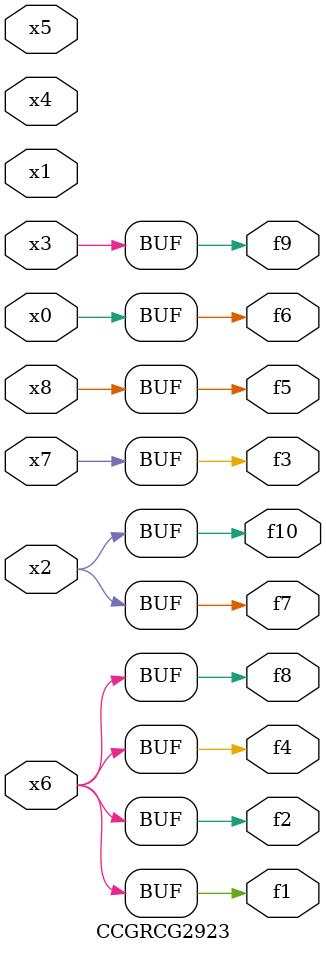
<source format=v>
module CCGRCG2923(
	input x0, x1, x2, x3, x4, x5, x6, x7, x8,
	output f1, f2, f3, f4, f5, f6, f7, f8, f9, f10
);
	assign f1 = x6;
	assign f2 = x6;
	assign f3 = x7;
	assign f4 = x6;
	assign f5 = x8;
	assign f6 = x0;
	assign f7 = x2;
	assign f8 = x6;
	assign f9 = x3;
	assign f10 = x2;
endmodule

</source>
